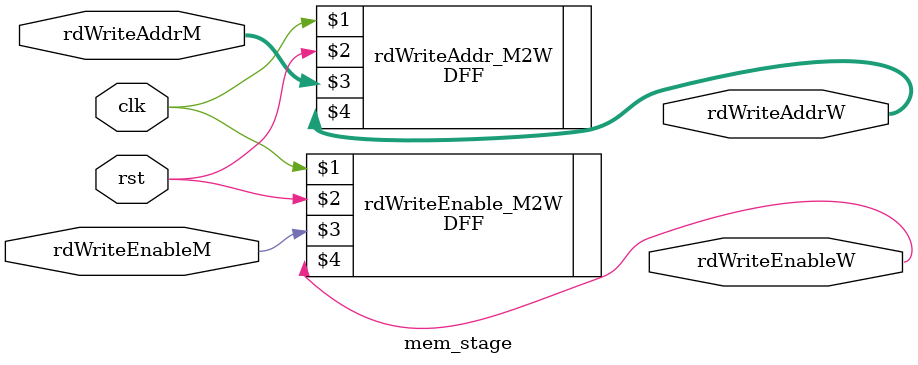
<source format=v>
`include "defines.v"

module mem_stage (
    //INPUT
    input clk,
    input rst,
    input rdWriteEnableM,
    input [4:0] rdWriteAddrM,
    //OUTPUT
    output rdWriteEnableW,
    output [4:0] rdWriteAddrW
);

DFF #(1) rdWriteEnable_M2W(clk,rst, rdWriteEnableM, rdWriteEnableW);
DFF #(5) rdWriteAddr_M2W(clk,rst, rdWriteAddrM, rdWriteAddrW);
    
endmodule

</source>
